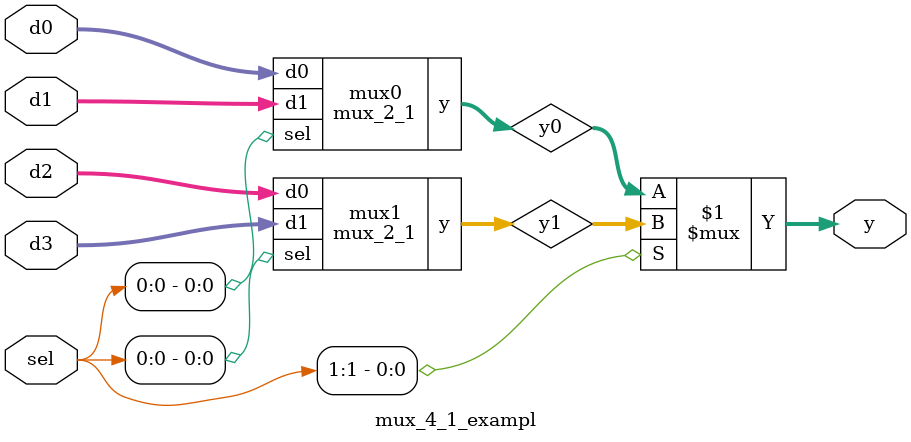
<source format=sv>

module mux_2_1
(
  input  [3:0] d0, d1,
  input        sel,
  output [3:0] y
);

  assign y = sel ? d1 : d0;

endmodule

//----------------------------------------------------------------------------
// Task
//----------------------------------------------------------------------------

module mux_4_1
(
  input  [3:0] d0, d1, d2, d3,
  input  [1:0] sel,
  output [3:0] y
);

  // Task:
  // Implement mux_4_1 using three instances of mux_2_1

  wire [3:0] y0, y1;

  assign y0 = sel[0] ? d1 : d0;
  assign y1 = sel[0] ? d3 : d2;
  
  assign y = sel[1] ? y1 : y0 ;


endmodule

module mux_4_1_exampl (
  input  [3:0] d0, d1, d2, d3,
  input  [1:0] sel,
  output [3:0] y
);

  wire [3:0] y0, y1;

  mux_2_1 mux0 (
    .d0(d0),
    .d1(d1),
    .sel(sel[0]),
    .y(y0)
  );

  mux_2_1 mux1 (
    .d0(d2),
    .d1(d3),
    .sel(sel[0]),
    .y(y1)
  );

  assign y = sel[1] ? y1 : y0;

endmodule
</source>
